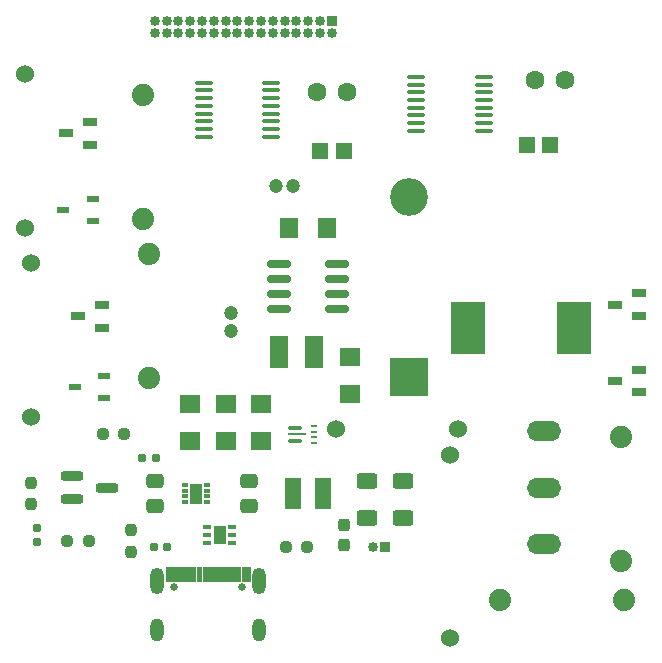
<source format=gbr>
%TF.GenerationSoftware,KiCad,Pcbnew,8.0.8*%
%TF.CreationDate,2025-03-27T18:49:55+02:00*%
%TF.ProjectId,Main PCB,4d61696e-2050-4434-922e-6b696361645f,v1*%
%TF.SameCoordinates,Original*%
%TF.FileFunction,Soldermask,Top*%
%TF.FilePolarity,Negative*%
%FSLAX46Y46*%
G04 Gerber Fmt 4.6, Leading zero omitted, Abs format (unit mm)*
G04 Created by KiCad (PCBNEW 8.0.8) date 2025-03-27 18:49:55*
%MOMM*%
%LPD*%
G01*
G04 APERTURE LIST*
G04 Aperture macros list*
%AMRoundRect*
0 Rectangle with rounded corners*
0 $1 Rounding radius*
0 $2 $3 $4 $5 $6 $7 $8 $9 X,Y pos of 4 corners*
0 Add a 4 corners polygon primitive as box body*
4,1,4,$2,$3,$4,$5,$6,$7,$8,$9,$2,$3,0*
0 Add four circle primitives for the rounded corners*
1,1,$1+$1,$2,$3*
1,1,$1+$1,$4,$5*
1,1,$1+$1,$6,$7*
1,1,$1+$1,$8,$9*
0 Add four rect primitives between the rounded corners*
20,1,$1+$1,$2,$3,$4,$5,0*
20,1,$1+$1,$4,$5,$6,$7,0*
20,1,$1+$1,$6,$7,$8,$9,0*
20,1,$1+$1,$8,$9,$2,$3,0*%
G04 Aperture macros list end*
%ADD10C,0.010000*%
%ADD11O,2.900000X1.700000*%
%ADD12C,1.879500*%
%ADD13R,1.250000X0.700000*%
%ADD14R,1.410000X1.350000*%
%ADD15RoundRect,0.250000X0.625000X-0.400000X0.625000X0.400000X-0.625000X0.400000X-0.625000X-0.400000X0*%
%ADD16RoundRect,0.150000X-0.825000X-0.150000X0.825000X-0.150000X0.825000X0.150000X-0.825000X0.150000X0*%
%ADD17R,1.728000X1.485000*%
%ADD18R,0.650000X0.350000*%
%ADD19R,1.000000X1.600000*%
%ADD20RoundRect,0.087500X-0.487500X-0.087500X0.487500X-0.087500X0.487500X0.087500X-0.487500X0.087500X0*%
%ADD21RoundRect,0.050000X-0.675000X-0.050000X0.675000X-0.050000X0.675000X0.050000X-0.675000X0.050000X0*%
%ADD22RoundRect,0.062500X-0.162500X-0.062500X0.162500X-0.062500X0.162500X0.062500X-0.162500X0.062500X0*%
%ADD23R,1.070000X0.600000*%
%ADD24R,0.850000X0.850000*%
%ADD25O,0.850000X0.850000*%
%ADD26C,1.600000*%
%ADD27C,1.200000*%
%ADD28RoundRect,0.237500X-0.237500X0.250000X-0.237500X-0.250000X0.237500X-0.250000X0.237500X0.250000X0*%
%ADD29O,1.154000X1.954000*%
%ADD30O,1.154000X2.254000*%
%ADD31C,0.650000*%
%ADD32RoundRect,0.200000X-0.750000X-0.200000X0.750000X-0.200000X0.750000X0.200000X-0.750000X0.200000X0*%
%ADD33R,1.635000X2.700000*%
%ADD34C,1.524000*%
%ADD35RoundRect,0.237500X-0.250000X-0.237500X0.250000X-0.237500X0.250000X0.237500X-0.250000X0.237500X0*%
%ADD36RoundRect,0.237500X0.237500X-0.250000X0.237500X0.250000X-0.237500X0.250000X-0.237500X-0.250000X0*%
%ADD37RoundRect,0.085500X-0.621500X-0.256500X0.621500X-0.256500X0.621500X0.256500X-0.621500X0.256500X0*%
%ADD38RoundRect,0.250000X0.475000X-0.337500X0.475000X0.337500X-0.475000X0.337500X-0.475000X-0.337500X0*%
%ADD39RoundRect,0.237500X0.237500X-0.300000X0.237500X0.300000X-0.237500X0.300000X-0.237500X-0.300000X0*%
%ADD40RoundRect,0.160000X-0.160000X0.197500X-0.160000X-0.197500X0.160000X-0.197500X0.160000X0.197500X0*%
%ADD41RoundRect,0.155000X-0.212500X-0.155000X0.212500X-0.155000X0.212500X0.155000X-0.212500X0.155000X0*%
%ADD42RoundRect,0.100000X-0.637500X-0.100000X0.637500X-0.100000X0.637500X0.100000X-0.637500X0.100000X0*%
%ADD43R,1.485000X1.728000*%
%ADD44RoundRect,0.160000X-0.197500X-0.160000X0.197500X-0.160000X0.197500X0.160000X-0.197500X0.160000X0*%
%ADD45R,2.950000X4.500000*%
%ADD46R,0.500000X0.300000*%
%ADD47R,1.050000X1.750000*%
%ADD48R,3.200000X3.200000*%
%ADD49O,3.200000X3.200000*%
G04 APERTURE END LIST*
D10*
%TO.C,J1*%
X145550000Y-101445000D02*
X144850000Y-101445000D01*
X144850000Y-100205000D01*
X145550000Y-100205000D01*
X145550000Y-101445000D01*
G36*
X145550000Y-101445000D02*
G01*
X144850000Y-101445000D01*
X144850000Y-100205000D01*
X145550000Y-100205000D01*
X145550000Y-101445000D01*
G37*
X144750000Y-101445000D02*
X144050000Y-101445000D01*
X144050000Y-100205000D01*
X144750000Y-100205000D01*
X144750000Y-101445000D01*
G36*
X144750000Y-101445000D02*
G01*
X144050000Y-101445000D01*
X144050000Y-100205000D01*
X144750000Y-100205000D01*
X144750000Y-101445000D01*
G37*
X143950000Y-101445000D02*
X143550000Y-101445000D01*
X143550000Y-100205000D01*
X143950000Y-100205000D01*
X143950000Y-101445000D01*
G36*
X143950000Y-101445000D02*
G01*
X143550000Y-101445000D01*
X143550000Y-100205000D01*
X143950000Y-100205000D01*
X143950000Y-101445000D01*
G37*
X143450000Y-101445000D02*
X143050000Y-101445000D01*
X143050000Y-100205000D01*
X143450000Y-100205000D01*
X143450000Y-101445000D01*
G36*
X143450000Y-101445000D02*
G01*
X143050000Y-101445000D01*
X143050000Y-100205000D01*
X143450000Y-100205000D01*
X143450000Y-101445000D01*
G37*
X142950000Y-101445000D02*
X142550000Y-101445000D01*
X142550000Y-100205000D01*
X142950000Y-100205000D01*
X142950000Y-101445000D01*
G36*
X142950000Y-101445000D02*
G01*
X142550000Y-101445000D01*
X142550000Y-100205000D01*
X142950000Y-100205000D01*
X142950000Y-101445000D01*
G37*
X142450000Y-101445000D02*
X142050000Y-101445000D01*
X142050000Y-100205000D01*
X142450000Y-100205000D01*
X142450000Y-101445000D01*
G36*
X142450000Y-101445000D02*
G01*
X142050000Y-101445000D01*
X142050000Y-100205000D01*
X142450000Y-100205000D01*
X142450000Y-101445000D01*
G37*
X141950000Y-101445000D02*
X141550000Y-101445000D01*
X141550000Y-100205000D01*
X141950000Y-100205000D01*
X141950000Y-101445000D01*
G36*
X141950000Y-101445000D02*
G01*
X141550000Y-101445000D01*
X141550000Y-100205000D01*
X141950000Y-100205000D01*
X141950000Y-101445000D01*
G37*
X141450000Y-101445000D02*
X141050000Y-101445000D01*
X141050000Y-100205000D01*
X141450000Y-100205000D01*
X141450000Y-101445000D01*
G36*
X141450000Y-101445000D02*
G01*
X141050000Y-101445000D01*
X141050000Y-100205000D01*
X141450000Y-100205000D01*
X141450000Y-101445000D01*
G37*
X140950000Y-101445000D02*
X140550000Y-101445000D01*
X140550000Y-100205000D01*
X140950000Y-100205000D01*
X140950000Y-101445000D01*
G36*
X140950000Y-101445000D02*
G01*
X140550000Y-101445000D01*
X140550000Y-100205000D01*
X140950000Y-100205000D01*
X140950000Y-101445000D01*
G37*
X140450000Y-101445000D02*
X140050000Y-101445000D01*
X140050000Y-100205000D01*
X140450000Y-100205000D01*
X140450000Y-101445000D01*
G36*
X140450000Y-101445000D02*
G01*
X140050000Y-101445000D01*
X140050000Y-100205000D01*
X140450000Y-100205000D01*
X140450000Y-101445000D01*
G37*
X139950000Y-101445000D02*
X139250000Y-101445000D01*
X139250000Y-100205000D01*
X139950000Y-100205000D01*
X139950000Y-101445000D01*
G36*
X139950000Y-101445000D02*
G01*
X139250000Y-101445000D01*
X139250000Y-100205000D01*
X139950000Y-100205000D01*
X139950000Y-101445000D01*
G37*
X139150000Y-101445000D02*
X138450000Y-101445000D01*
X138450000Y-100205000D01*
X139150000Y-100205000D01*
X139150000Y-101445000D01*
G36*
X139150000Y-101445000D02*
G01*
X138450000Y-101445000D01*
X138450000Y-100205000D01*
X139150000Y-100205000D01*
X139150000Y-101445000D01*
G37*
%TD*%
D11*
%TO.C,SW1*%
X170500000Y-88700000D03*
X170500000Y-93500000D03*
X170500000Y-98300000D03*
%TD*%
D12*
%TO.C,R17*%
X177000000Y-89250000D03*
X177000000Y-99750000D03*
%TD*%
D13*
%TO.C,Q7*%
X178500000Y-78950000D03*
X178500000Y-77050000D03*
X176500000Y-78000000D03*
%TD*%
D14*
%TO.C,C7*%
X151500000Y-65000000D03*
X153500000Y-65000000D03*
%TD*%
D15*
%TO.C,R3*%
X158500000Y-96050000D03*
X158500000Y-92950000D03*
%TD*%
D16*
%TO.C,U7*%
X148025000Y-74595000D03*
X148025000Y-75865000D03*
X148025000Y-77135000D03*
X148025000Y-78405000D03*
X152975000Y-78405000D03*
X152975000Y-77135000D03*
X152975000Y-75865000D03*
X152975000Y-74595000D03*
%TD*%
D17*
%TO.C,C14*%
X143500000Y-89592500D03*
X143500000Y-86407500D03*
%TD*%
D13*
%TO.C,Q4*%
X133000000Y-79950000D03*
X133000000Y-78050000D03*
X131000000Y-79000000D03*
%TD*%
%TO.C,Q6*%
X132000000Y-64450000D03*
X132000000Y-62550000D03*
X130000000Y-63500000D03*
%TD*%
D18*
%TO.C,U1*%
X141950000Y-96850000D03*
X141950000Y-97500000D03*
X141950000Y-98150000D03*
X144050000Y-98150000D03*
X144050000Y-97500000D03*
X144050000Y-96850000D03*
D19*
X143000000Y-97500000D03*
%TD*%
D20*
%TO.C,U4*%
X149375000Y-88450000D03*
D21*
X149525000Y-89000000D03*
D20*
X149375000Y-89550000D03*
D22*
X150975000Y-89750000D03*
X150975000Y-89250000D03*
X150975000Y-88750000D03*
X150975000Y-88250000D03*
%TD*%
D23*
%TO.C,Q5*%
X132235000Y-70950000D03*
X132235000Y-69050000D03*
X129765000Y-70000000D03*
%TD*%
D15*
%TO.C,R2*%
X155500000Y-96050000D03*
X155500000Y-92950000D03*
%TD*%
D24*
%TO.C,J3*%
X157000000Y-98500000D03*
D25*
X156000000Y-98500000D03*
%TD*%
D26*
%TO.C,C10*%
X169730000Y-59000000D03*
X172270000Y-59000000D03*
%TD*%
D27*
%TO.C,C13*%
X144000000Y-78750000D03*
X144000000Y-80250000D03*
%TD*%
D17*
%TO.C,C6*%
X146500000Y-89592500D03*
X146500000Y-86407500D03*
%TD*%
D28*
%TO.C,R8*%
X127000000Y-93087500D03*
X127000000Y-94912500D03*
%TD*%
D29*
%TO.C,J1*%
X146325000Y-105575000D03*
X137675000Y-105575000D03*
D30*
X146325000Y-101375000D03*
X137675000Y-101375000D03*
D31*
X144890000Y-101895000D03*
X139110000Y-101895000D03*
%TD*%
D32*
%TO.C,Q1*%
X130500000Y-92550000D03*
X130500000Y-94450000D03*
X133500000Y-93500000D03*
%TD*%
D13*
%TO.C,Q2*%
X176500000Y-84450000D03*
X178500000Y-83500000D03*
X178500000Y-85400000D03*
%TD*%
D33*
%TO.C,L1*%
X151017500Y-82000000D03*
X147982500Y-82000000D03*
%TD*%
D34*
%TO.C,R11*%
X162500000Y-106250000D03*
X162500000Y-90750000D03*
%TD*%
D35*
%TO.C,R7*%
X133087500Y-89000000D03*
X134912500Y-89000000D03*
%TD*%
D36*
%TO.C,R1*%
X135500000Y-98912500D03*
X135500000Y-97087500D03*
%TD*%
D24*
%TO.C,J2*%
X152500000Y-54000000D03*
D25*
X152500000Y-55000000D03*
X151500000Y-54000000D03*
X151500000Y-55000000D03*
X150500000Y-54000000D03*
X150500000Y-55000000D03*
X149500000Y-54000000D03*
X149500000Y-55000000D03*
X148500000Y-54000000D03*
X148500000Y-55000000D03*
X147500000Y-54000000D03*
X147500000Y-55000000D03*
X146500000Y-54000000D03*
X146500000Y-55000000D03*
X145500000Y-54000000D03*
X145500000Y-55000000D03*
X144500000Y-54000000D03*
X144500000Y-55000000D03*
X143500000Y-54000000D03*
X143500000Y-55000000D03*
X142500000Y-54000000D03*
X142500000Y-55000000D03*
X141500000Y-54000000D03*
X141500000Y-55000000D03*
X140500000Y-54000000D03*
X140500000Y-55000000D03*
X139500000Y-54000000D03*
X139500000Y-55000000D03*
X138500000Y-54000000D03*
X138500000Y-55000000D03*
X137500000Y-54000000D03*
X137500000Y-55000000D03*
%TD*%
D37*
%TO.C,U3*%
X149245000Y-93025000D03*
X149245000Y-93675000D03*
X149245000Y-94325000D03*
X149245000Y-94975000D03*
X151755000Y-94975000D03*
X151755000Y-94325000D03*
X151755000Y-93675000D03*
X151755000Y-93025000D03*
%TD*%
D17*
%TO.C,C5*%
X154000000Y-82407500D03*
X154000000Y-85592500D03*
%TD*%
D38*
%TO.C,C3*%
X145500000Y-95037500D03*
X145500000Y-92962500D03*
%TD*%
D39*
%TO.C,C4*%
X153500000Y-98362500D03*
X153500000Y-96637500D03*
%TD*%
D23*
%TO.C,Q3*%
X133235000Y-85950000D03*
X133235000Y-84050000D03*
X130765000Y-85000000D03*
%TD*%
D27*
%TO.C,C11*%
X147750000Y-68000000D03*
X149250000Y-68000000D03*
%TD*%
D40*
%TO.C,R5*%
X127500000Y-96902500D03*
X127500000Y-98097500D03*
%TD*%
D41*
%TO.C,C1*%
X137432500Y-98500000D03*
X138567500Y-98500000D03*
%TD*%
D34*
%TO.C,R14*%
X127000000Y-74500000D03*
X127000000Y-87500000D03*
%TD*%
D42*
%TO.C,U5*%
X141637500Y-59225000D03*
X141637500Y-59875000D03*
X141637500Y-60525000D03*
X141637500Y-61175000D03*
X141637500Y-61825000D03*
X141637500Y-62475000D03*
X141637500Y-63125000D03*
X141637500Y-63775000D03*
X147362500Y-63775000D03*
X147362500Y-63125000D03*
X147362500Y-62475000D03*
X147362500Y-61825000D03*
X147362500Y-61175000D03*
X147362500Y-60525000D03*
X147362500Y-59875000D03*
X147362500Y-59225000D03*
%TD*%
%TO.C,U6*%
X159637500Y-58725000D03*
X159637500Y-59375000D03*
X159637500Y-60025000D03*
X159637500Y-60675000D03*
X159637500Y-61325000D03*
X159637500Y-61975000D03*
X159637500Y-62625000D03*
X159637500Y-63275000D03*
X165362500Y-63275000D03*
X165362500Y-62625000D03*
X165362500Y-61975000D03*
X165362500Y-61325000D03*
X165362500Y-60675000D03*
X165362500Y-60025000D03*
X165362500Y-59375000D03*
X165362500Y-58725000D03*
%TD*%
D43*
%TO.C,C12*%
X148907500Y-71500000D03*
X152092500Y-71500000D03*
%TD*%
D12*
%TO.C,R12*%
X166750000Y-103000000D03*
X177250000Y-103000000D03*
%TD*%
D44*
%TO.C,R9*%
X136402500Y-91000000D03*
X137597500Y-91000000D03*
%TD*%
D45*
%TO.C,L2*%
X164000000Y-80000000D03*
X173000000Y-80000000D03*
%TD*%
D34*
%TO.C,R16*%
X126500000Y-58500000D03*
X126500000Y-71500000D03*
%TD*%
D26*
%TO.C,C8*%
X151230000Y-60000000D03*
X153770000Y-60000000D03*
%TD*%
D38*
%TO.C,C2*%
X137500000Y-95037500D03*
X137500000Y-92962500D03*
%TD*%
D34*
%TO.C,R10*%
X152850000Y-88500000D03*
X163150000Y-88500000D03*
%TD*%
D14*
%TO.C,C9*%
X169000000Y-64500000D03*
X171000000Y-64500000D03*
%TD*%
D35*
%TO.C,R4*%
X148587500Y-98500000D03*
X150412500Y-98500000D03*
%TD*%
D46*
%TO.C,U2*%
X140100000Y-93250000D03*
X140100000Y-93750000D03*
X140100000Y-94250000D03*
X140100000Y-94750000D03*
X141900000Y-94750000D03*
X141900000Y-94250000D03*
X141900000Y-93750000D03*
X141900000Y-93250000D03*
D47*
X141000000Y-94000000D03*
%TD*%
D12*
%TO.C,R15*%
X136500000Y-70750000D03*
X136500000Y-60250000D03*
%TD*%
%TO.C,R13*%
X137000000Y-84250000D03*
X137000000Y-73750000D03*
%TD*%
D35*
%TO.C,R6*%
X130087500Y-98000000D03*
X131912500Y-98000000D03*
%TD*%
D48*
%TO.C,D1*%
X159000000Y-84120000D03*
D49*
X159000000Y-68880000D03*
%TD*%
D17*
%TO.C,C15*%
X140500000Y-89592500D03*
X140500000Y-86407500D03*
%TD*%
M02*

</source>
